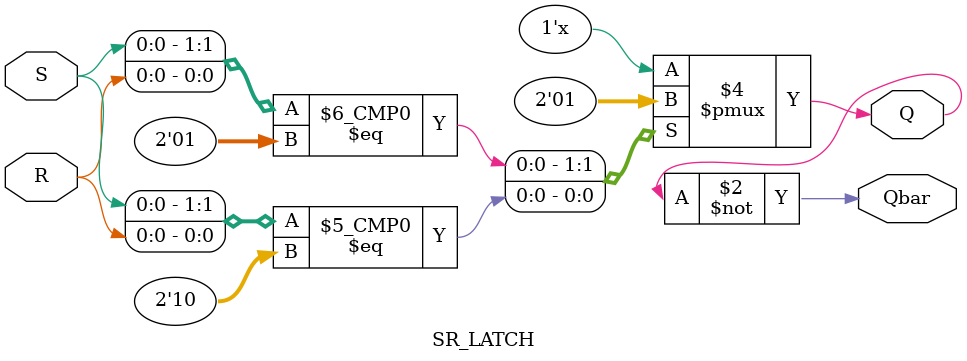
<source format=v>
module SR_LATCH(
input S,R,
output reg Q,
output Qbar);

always@(*)
begin 
case({S,R})
2'b00 : Q=Q;
2'b01 : Q=1'b0;
2'b10 : Q=1'b1;
2'b11 : Q=1'bx;
endcase
end 
assign Qbar = ~Q;
endmodule

</source>
